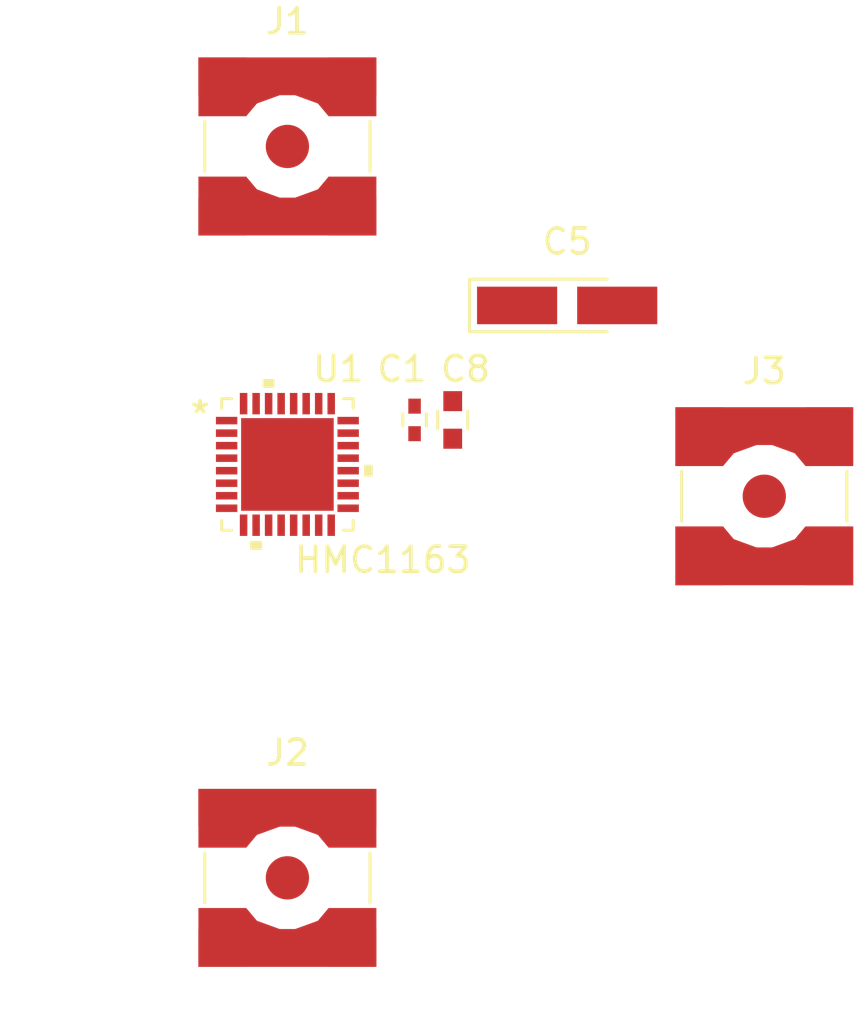
<source format=kicad_pcb>
(kicad_pcb (version 20211014) (generator pcbnew)
  (layers (0 "F.Cu" signal) (31 "B.Cu" power) (34 "B.Paste" user) (35 "F.Paste" user) (36 "B.SilkS" user "B.Silkscreen") (37 "F.SilkS" user "F.Silkscreen") (38 "B.Mask" user) (39 "F.Mask" user) (44 "Edge.Cuts" user))
  (net 0 "")
  (net 1 "+5V")
  (net 2 "GND")
  (net 3 "Net-(J1-Pad1)")
  (net 4 "Net-(J2-Pad1)")
  (net 5 "/RF_OUT")
  (footprint "Capacitors_SMD:C_0603" (layer "F.Cu") (at -16.256 40.132 -90)
    (fp_text reference "C8" (at -2.032 -0.508 180) (layer "F.SilkS"))
    (fp_text value "0.01uF")
    (fp_line (start 0.35 0.6) (end -0.35 0.6) (layer "F.SilkS") (width 0.12))
    (fp_line (start -0.35 -0.6) (end 0.35 -0.6) (layer "F.SilkS") (width 0.12))
    (pad "1" smd rect locked (at -0.75 0 270) (size 0.8 0.75) (layers "F.Cu" "F.Paste" "F.Mask") (net 1 "+5V"))
    (pad "2" smd rect locked (at 0.75 0 270) (size 0.8 0.75) (layers "F.Cu" "F.Paste" "F.Mask") (net 2 "GND"))
  )
  (footprint "Libraries:HMC1162LP5E" (layer "F.Cu") (at -22.86 41.91)
    (fp_text reference "U1" (at 2.032 -3.81) (layer "F.SilkS"))
    (fp_text value "HMC1163" (at 3.81 3.81) (layer "F.SilkS"))
    (fp_text user "*" (at -3.489801 -2) (layer "F.SilkS"))
    (fp_text user "*" (at -3.489801 -2) (layer "F.SilkS"))
    (fp_line (start -2.627 2.627) (end -2.232739 2.627) (layer "F.SilkS") (width 0.12))
    (fp_line (start -2.232739 -2.627) (end -2.627 -2.627) (layer "F.SilkS") (width 0.12))
    (fp_line (start 2.627 2.627) (end 2.627 2.232739) (layer "F.SilkS") (width 0.12))
    (fp_line (start 2.627 -2.232739) (end 2.627 -2.627) (layer "F.SilkS") (width 0.12))
    (fp_line (start -2.627 -2.627) (end -2.627 -2.232739) (layer "F.SilkS") (width 0.12))
    (fp_line (start 2.232739 2.627) (end 2.627 2.627) (layer "F.SilkS") (width 0.12))
    (fp_line (start 2.627 -2.627) (end 2.232739 -2.627) (layer "F.SilkS") (width 0.12))
    (fp_line (start -2.627 2.232739) (end -2.627 2.627) (layer "F.SilkS") (width 0.12))
    (fp_poly (pts (xy -1.4405 3.1088) (xy -1.4405 3.3628) (xy -1.0595 3.3628) (xy -1.0595 3.1088)) (layer "F.SilkS") (width 0.1) (fill solid))
    (fp_poly (pts (xy -0.940501 -3.1088) (xy -0.940501 -3.3628) (xy -0.559501 -3.3628) (xy -0.559501 -3.1088)) (layer "F.SilkS") (width 0.1) (fill solid))
    (fp_poly (pts (xy 3.3628 0.059499) (xy 3.3628 0.4405) (xy 3.1088 0.4405) (xy 3.1088 0.059499)) (layer "F.SilkS") (width 0.1) (fill solid))
    (pad "1" smd rect locked (at -2.427399 -1.749999 90) (size 0.3 0.8548) (layers "F.Cu" "F.Paste" "F.Mask"))
    (pad "2" smd rect locked (at -2.427399 -1.25 90) (size 0.3 0.8548) (layers "F.Cu" "F.Paste" "F.Mask"))
    (pad "3" smd rect locked (at -2.427399 -0.750001 90) (size 0.3 0.8548) (layers "F.Cu" "F.Paste" "F.Mask"))
    (pad "4" smd rect locked (at -2.427399 -0.25 90) (size 0.3 0.8548) (layers "F.Cu" "F.Paste" "F.Mask"))
    (pad "5" smd rect locked (at -2.427399 0.25 90) (size 0.3 0.8548) (layers "F.Cu" "F.Paste" "F.Mask") (net 2 "GND"))
    (pad "6" smd rect locked (at -2.427399 0.750001 90) (size 0.3 0.8548) (layers "F.Cu" "F.Paste" "F.Mask"))
    (pad "7" smd rect locked (at -2.427399 1.25 90) (size 0.3 0.8548) (layers "F.Cu" "F.Paste" "F.Mask"))
    (pad "8" smd rect locked (at -2.427399 1.749999 90) (size 0.3 0.8548) (layers "F.Cu" "F.Paste" "F.Mask"))
    (pad "9" smd rect locked (at -1.749999 2.427399) (size 0.3 0.8548) (layers "F.Cu" "F.Paste" "F.Mask"))
    (pad "10" smd rect locked (at -1.25 2.427399) (size 0.3 0.8548) (layers "F.Cu" "F.Paste" "F.Mask"))
    (pad "11" smd rect locked (at -0.750001 2.427399) (size 0.3 0.8548) (layers "F.Cu" "F.Paste" "F.Mask"))
    (pad "12" smd rect locked (at -0.25 2.427399) (size 0.3 0.8548) (layers "F.Cu" "F.Paste" "F.Mask") (net 4 "Net-(J2-Pad1)"))
    (pad "13" smd rect locked (at 0.25 2.427399) (size 0.3 0.8548) (layers "F.Cu" "F.Paste" "F.Mask"))
    (pad "14" smd rect locked (at 0.750001 2.427399) (size 0.3 0.8548) (layers "F.Cu" "F.Paste" "F.Mask"))
    (pad "15" smd rect locked (at 1.25 2.427399) (size 0.3 0.8548) (layers "F.Cu" "F.Paste" "F.Mask"))
    (pad "16" smd rect locked (at 1.749999 2.427399) (size 0.3 0.8548) (layers "F.Cu" "F.Paste" "F.Mask"))
    (pad "17" smd rect locked (at 2.427399 1.749999 90) (size 0.3 0.8548) (layers "F.Cu" "F.Paste" "F.Mask"))
    (pad "18" smd rect locked (at 2.427399 1.25 90) (size 0.3 0.8548) (layers "F.Cu" "F.Paste" "F.Mask"))
    (pad "19" smd rect locked (at 2.427399 0.750001 90) (size 0.3 0.8548) (layers "F.Cu" "F.Paste" "F.Mask") (net 5 "/RF_OUT"))
    (pad "20" smd rect locked (at 2.427399 0.25 90) (size 0.3 0.8548) (layers "F.Cu" "F.Paste" "F.Mask"))
    (pad "21" smd rect locked (at 2.427399 -0.25 90) (size 0.3 0.8548) (layers "F.Cu" "F.Paste" "F.Mask") (net 1 "+5V"))
    (pad "22" smd rect locked (at 2.427399 -0.750001 90) (size 0.3 0.8548) (layers "F.Cu" "F.Paste" "F.Mask"))
    (pad "23" smd rect locked (at 2.427399 -1.25 90) (size 0.3 0.8548) (layers "F.Cu" "F.Paste" "F.Mask"))
    (pad "24" smd rect locked (at 2.427399 -1.749999 90) (size 0.3 0.8548) (layers "F.Cu" "F.Paste" "F.Mask"))
    (pad "25" smd rect locked (at 1.749999 -2.427399) (size 0.3 0.8548) (layers "F.Cu" "F.Paste" "F.Mask"))
    (pad "26" smd rect locked (at 1.25 -2.427399) (size 0.3 0.8548) (layers "F.Cu" "F.Paste" "F.Mask"))
    (pad "27" smd rect locked (at 0.750001 -2.427399) (size 0.3 0.8548) (layers "F.Cu" "F.Paste" "F.Mask"))
    (pad "28" smd rect locked (at 0.25 -2.427399) (size 0.3 0.8548) (layers "F.Cu" "F.Paste" "F.Mask"))
    (pad "29" smd rect locked (at -0.25 -2.427399) (size 0.3 0.8548) (layers "F.Cu" "F.Paste" "F.Mask") (net 3 "Net-(J1-Pad1)"))
    (pad "30" smd rect locked (at -0.750001 -2.427399) (size 0.3 0.8548) (layers "F.Cu" "F.Paste" "F.Mask"))
    (pad "31" smd rect locked (at -1.25 -2.427399) (size 0.3 0.8548) (layers "F.Cu" "F.Paste" "F.Mask"))
    (pad "32" smd rect locked (at -1.749999 -2.427399) (size 0.3 0.8548) (layers "F.Cu" "F.Paste" "F.Mask"))
    (pad "33" smd rect locked (at 0 0) (size 3.7 3.7) (layers "F.Cu" "F.Mask"))
  )
  (footprint "Connectors:SMA_SMD_Jack_Straight" (layer "F.Cu") (at -3.81 43.18)
    (fp_text reference "J3" (at 0 -5) (layer "F.SilkS"))
    (fp_text value "RF OUT")
    (fp_line (start 3.3 -1) (end 3.3 1) (layer "F.SilkS") (width 0.12))
    (fp_line (start -3.3 -1) (end -3.3 1) (layer "F.SilkS") (width 0.12))
    (pad "1" smd circle locked (at 0 0 90) (size 1.73 1.73) (layers "F.Cu" "F.Paste" "F.Mask") (net 5 "/RF_OUT"))
    (pad "2" smd rect locked (at -2.6 -2.38 90) (size 2.35 1.91) (layers "F.Cu" "F.Paste" "F.Mask") (net 2 "GND"))
    (pad "2" smd rect locked (at 1.515 1.749 50) (size 1 0.5) (layers "F.Cu" "F.Paste" "F.Mask") (net 2 "GND"))
    (pad "2" smd rect locked (at 2.6 -2.38 90) (size 2.35 1.91) (layers "F.Cu" "F.Paste" "F.Mask") (net 2 "GND"))
    (pad "2" smd rect locked (at -0.85 2.38 340) (size 2 1) (layers "F.Cu" "F.Paste" "F.Mask") (net 2 "GND"))
    (pad "2" smd rect locked (at -1.515 1.749 310) (size 1 0.5) (layers "F.Cu" "F.Paste" "F.Mask") (net 2 "GND"))
    (pad "2" smd rect locked (at 0.85 2.38 20) (size 2 1) (layers "F.Cu" "F.Paste" "F.Mask") (net 2 "GND"))
    (pad "2" smd rect locked (at -2.6 2.38 90) (size 2.35 1.91) (layers "F.Cu" "F.Paste" "F.Mask") (net 2 "GND"))
    (pad "2" smd rect locked (at 2.6 2.38 90) (size 2.35 1.91) (layers "F.Cu" "F.Paste" "F.Mask") (net 2 "GND"))
    (pad "2" smd rect locked (at 0 -2.8 90) (size 1.51 7.11) (layers "F.Cu" "F.Paste" "F.Mask") (net 2 "GND"))
    (pad "2" smd rect locked (at 1.515 -1.749 310) (size 1 0.5) (layers "F.Cu" "F.Paste" "F.Mask") (net 2 "GND"))
    (pad "2" smd rect locked (at 0.85 -2.38 340) (size 2 1) (layers "F.Cu" "F.Paste" "F.Mask") (net 2 "GND"))
    (pad "2" smd rect locked (at -0.85 -2.38 20) (size 2 1) (layers "F.Cu" "F.Paste" "F.Mask") (net 2 "GND"))
    (pad "2" smd rect locked (at -1.515 -1.749 50) (size 1 0.5) (layers "F.Cu" "F.Paste" "F.Mask") (net 2 "GND"))
    (pad "2" smd rect locked (at 0 2.8 90) (size 1.51 7.11) (layers "F.Cu" "F.Paste" "F.Mask") (net 2 "GND"))
  )
  (footprint "Connectors:SMA_SMD_Jack_Straight" (layer "F.Cu") (at -22.86 29.21)
    (fp_text reference "J1" (at 0 -5) (layer "F.SilkS"))
    (fp_text value "VTUNE")
    (fp_line (start -3.3 -1) (end -3.3 1) (layer "F.SilkS") (width 0.12))
    (fp_line (start 3.3 -1) (end 3.3 1) (layer "F.SilkS") (width 0.12))
    (pad "1" smd circle locked (at 0 0 90) (size 1.73 1.73) (layers "F.Cu" "F.Paste" "F.Mask") (net 3 "Net-(J1-Pad1)"))
    (pad "2" smd rect locked (at 1.515 1.749 50) (size 1 0.5) (layers "F.Cu" "F.Paste" "F.Mask") (net 2 "GND"))
    (pad "2" smd rect locked (at -1.515 -1.749 50) (size 1 0.5) (layers "F.Cu" "F.Paste" "F.Mask") (net 2 "GND"))
    (pad "2" smd rect locked (at -0.85 -2.38 20) (size 2 1) (layers "F.Cu" "F.Paste" "F.Mask") (net 2 "GND"))
    (pad "2" smd rect locked (at -1.515 1.749 310) (size 1 0.5) (layers "F.Cu" "F.Paste" "F.Mask") (net 2 "GND"))
    (pad "2" smd rect locked (at 0 -2.8 90) (size 1.51 7.11) (layers "F.Cu" "F.Paste" "F.Mask") (net 2 "GND"))
    (pad "2" smd rect locked (at 0.85 -2.38 340) (size 2 1) (layers "F.Cu" "F.Paste" "F.Mask") (net 2 "GND"))
    (pad "2" smd rect locked (at 0 2.8 90) (size 1.51 7.11) (layers "F.Cu" "F.Paste" "F.Mask") (net 2 "GND"))
    (pad "2" smd rect locked (at -0.85 2.38 340) (size 2 1) (layers "F.Cu" "F.Paste" "F.Mask") (net 2 "GND"))
    (pad "2" smd rect locked (at 2.6 -2.38 90) (size 2.35 1.91) (layers "F.Cu" "F.Paste" "F.Mask") (net 2 "GND"))
    (pad "2" smd rect locked (at -2.6 2.38 90) (size 2.35 1.91) (layers "F.Cu" "F.Paste" "F.Mask") (net 2 "GND"))
    (pad "2" smd rect locked (at 0.85 2.38 20) (size 2 1) (layers "F.Cu" "F.Paste" "F.Mask") (net 2 "GND"))
    (pad "2" smd rect locked (at 2.6 2.38 90) (size 2.35 1.91) (layers "F.Cu" "F.Paste" "F.Mask") (net 2 "GND"))
    (pad "2" smd rect locked (at 1.515 -1.749 310) (size 1 0.5) (layers "F.Cu" "F.Paste" "F.Mask") (net 2 "GND"))
    (pad "2" smd rect locked (at -2.6 -2.38 90) (size 2.35 1.91) (layers "F.Cu" "F.Paste" "F.Mask") (net 2 "GND"))
  )
  (footprint "Capacitors_Tantalum_SMD:CP_Tantalum_Case-A_EIA-3216-18_Hand" (layer "F.Cu") (at -11.684 35.56)
    (fp_text reference "C5" (at 0 -2.55) (layer "F.SilkS"))
    (fp_text value "2uF")
    (fp_line (start -3.9 -1.05) (end -3.9 1.05) (layer "F.SilkS") (width 0.12))
    (fp_line (start -3.9 -1.05) (end 1.6 -1.05) (layer "F.SilkS") (width 0.12))
    (fp_line (start -3.9 1.05) (end 1.6 1.05) (layer "F.SilkS") (width 0.12))
    (pad "1" smd rect locked (at -2 0) (size 3.2 1.5) (layers "F.Cu" "F.Paste" "F.Mask") (net 1 "+5V"))
    (pad "2" smd rect locked (at 2 0) (size 3.2 1.5) (layers "F.Cu" "F.Paste" "F.Mask") (net 2 "GND"))
  )
  (footprint "Connectors:SMA_SMD_Jack_Straight" (layer "F.Cu") (at -22.86 58.42)
    (fp_text reference "J2" (at 0 -5) (layer "F.SilkS"))
    (fp_text value "RF OUT/2")
    (fp_line (start -3.3 -1) (end -3.3 1) (layer "F.SilkS") (width 0.12))
    (fp_line (start 3.3 -1) (end 3.3 1) (layer "F.SilkS") (width 0.12))
    (pad "1" smd circle locked (at 0 0 90) (size 1.73 1.73) (layers "F.Cu" "F.Paste" "F.Mask") (net 4 "Net-(J2-Pad1)"))
    (pad "2" smd rect locked (at 1.515 -1.749 310) (size 1 0.5) (layers "F.Cu" "F.Paste" "F.Mask") (net 2 "GND"))
    (pad "2" smd rect locked (at 0.85 2.38 20) (size 2 1) (layers "F.Cu" "F.Paste" "F.Mask") (net 2 "GND"))
    (pad "2" smd rect locked (at -2.6 -2.38 90) (size 2.35 1.91) (layers "F.Cu" "F.Paste" "F.Mask") (net 2 "GND"))
    (pad "2" smd rect locked (at -0.85 2.38 340) (size 2 1) (layers "F.Cu" "F.Paste" "F.Mask") (net 2 "GND"))
    (pad "2" smd rect locked (at -1.515 -1.749 50) (size 1 0.5) (layers "F.Cu" "F.Paste" "F.Mask") (net 2 "GND"))
    (pad "2" smd rect locked (at -2.6 2.38 90) (size 2.35 1.91) (layers "F.Cu" "F.Paste" "F.Mask") (net 2 "GND"))
    (pad "2" smd rect locked (at 1.515 1.749 50) (size 1 0.5) (layers "F.Cu" "F.Paste" "F.Mask") (net 2 "GND"))
    (pad "2" smd rect locked (at 2.6 2.38 90) (size 2.35 1.91) (layers "F.Cu" "F.Paste" "F.Mask") (net 2 "GND"))
    (pad "2" smd rect locked (at -0.85 -2.38 20) (size 2 1) (layers "F.Cu" "F.Paste" "F.Mask") (net 2 "GND"))
    (pad "2" smd rect locked (at 0 -2.8 90) (size 1.51 7.11) (layers "F.Cu" "F.Paste" "F.Mask") (net 2 "GND"))
    (pad "2" smd rect locked (at -1.515 1.749 310) (size 1 0.5) (layers "F.Cu" "F.Paste" "F.Mask") (net 2 "GND"))
    (pad "2" smd rect locked (at 2.6 -2.38 90) (size 2.35 1.91) (layers "F.Cu" "F.Paste" "F.Mask") (net 2 "GND"))
    (pad "2" smd rect locked (at 0 2.8 90) (size 1.51 7.11) (layers "F.Cu" "F.Paste" "F.Mask") (net 2 "GND"))
    (pad "2" smd rect locked (at 0.85 -2.38 340) (size 2 1) (layers "F.Cu" "F.Paste" "F.Mask") (net 2 "GND"))
  )
  (footprint "Capacitors_SMD:C_0402" (layer "F.Cu") (at -17.78 40.132 -90)
    (fp_text reference "C1" (at -2.032 0.508 180) (layer "F.SilkS"))
    (fp_text value "100pF")
    (fp_line (start 0.25 -0.47) (end -0.25 -0.47) (layer "F.SilkS") (width 0.12))
    (fp_line (start -0.25 0.47) (end 0.25 0.47) (layer "F.SilkS") (width 0.12))
    (pad "1" smd rect locked (at -0.55 0 270) (size 0.6 0.5) (layers "F.Cu" "F.Paste" "F.Mask") (net 1 "+5V"))
    (pad "2" smd rect locked (at 0.55 0 270) (size 0.6 0.5) (layers "F.Cu" "F.Paste" "F.Mask") (net 2 "GND"))
  )
)
</source>
